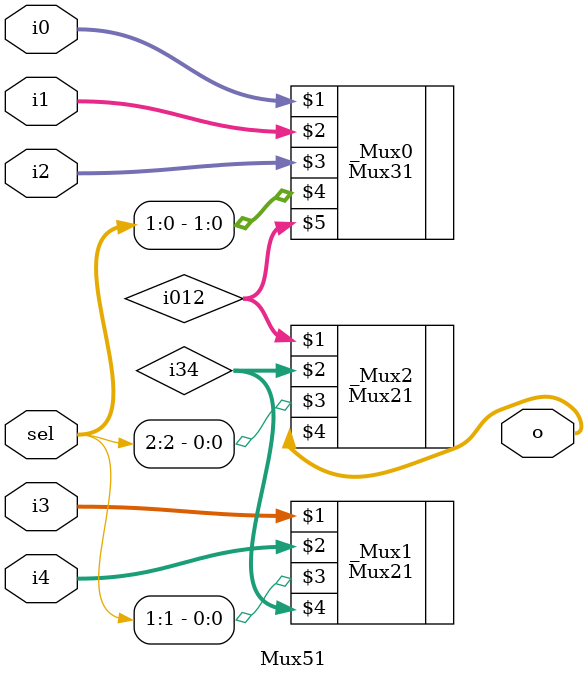
<source format=v>
/*
sel|o
---|--
000|i0
001|i1
01x|i2
10x|i3
11x|i4
*/

module Mux51 #(
    parameter WIDTH = 32
) (
    input [WIDTH-1:0] i0,
    input [WIDTH-1:0] i1,
    input [WIDTH-1:0] i2,
    input [WIDTH-1:0] i3,
    input [WIDTH-1:0] i4,
    input [2:0] sel,
    output [WIDTH-1:0] o
);
    wire [WIDTH-1:0] i012, i34;

    Mux31 #(.WIDTH(WIDTH)) _Mux0(i0, i1, i2, sel[1:0], i012);
    Mux21 #(.WIDTH(WIDTH)) _Mux1(i3, i4, sel[1], i34);
    Mux21 #(.WIDTH(WIDTH)) _Mux2(i012, i34, sel[2], o);

endmodule
</source>
